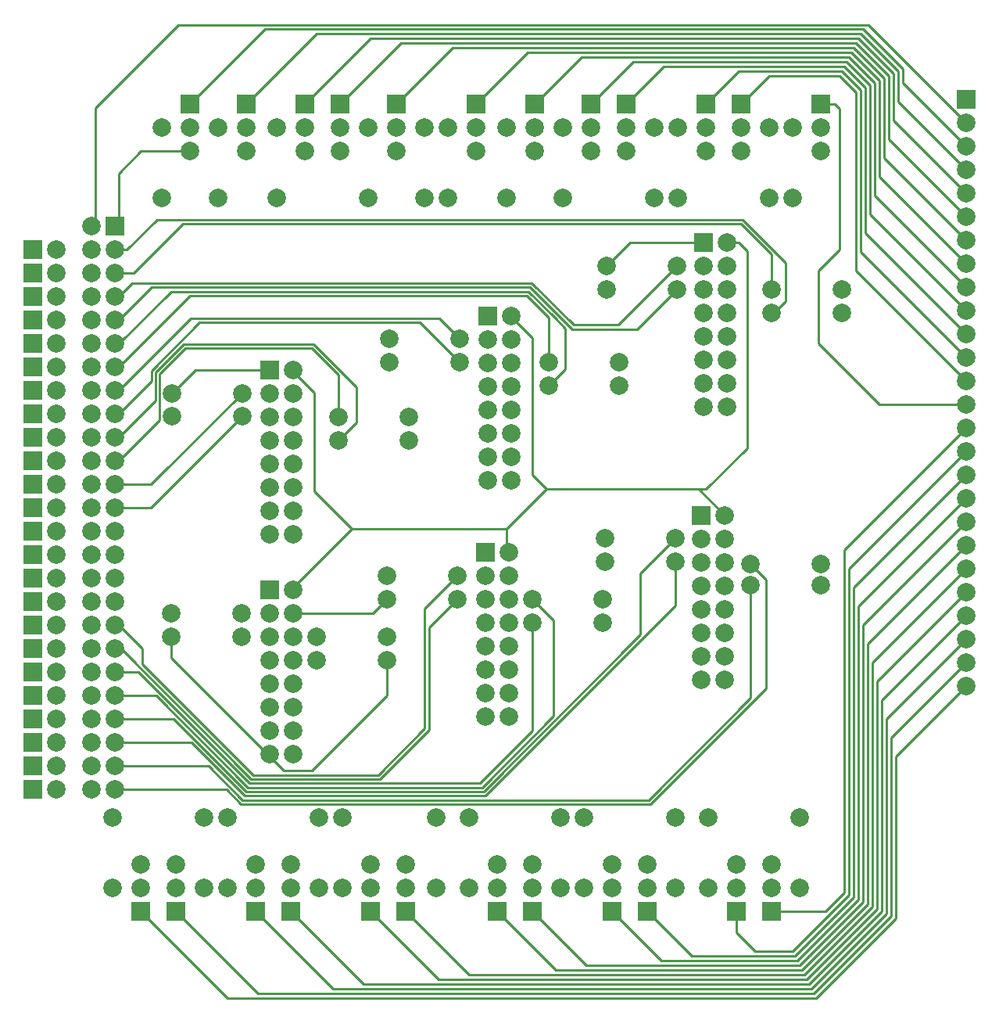
<source format=gbr>
G04 #@! TF.GenerationSoftware,KiCad,Pcbnew,(5.1.6)-1*
G04 #@! TF.CreationDate,2020-12-09T17:55:00+01:00*
G04 #@! TF.ProjectId,Rolety Bart_omiej Torczy_o,526f6c65-7479-4204-9261-7274426f6d69,rev?*
G04 #@! TF.SameCoordinates,Original*
G04 #@! TF.FileFunction,Copper,L2,Bot*
G04 #@! TF.FilePolarity,Positive*
%FSLAX46Y46*%
G04 Gerber Fmt 4.6, Leading zero omitted, Abs format (unit mm)*
G04 Created by KiCad (PCBNEW (5.1.6)-1) date 2020-12-09 17:55:00*
%MOMM*%
%LPD*%
G01*
G04 APERTURE LIST*
G04 #@! TA.AperFunction,ComponentPad*
%ADD10C,2.000000*%
G04 #@! TD*
G04 #@! TA.AperFunction,ComponentPad*
%ADD11R,2.000000X2.000000*%
G04 #@! TD*
G04 #@! TA.AperFunction,Conductor*
%ADD12C,0.250000*%
G04 #@! TD*
G04 APERTURE END LIST*
D10*
X24892000Y-57598000D03*
D11*
X22352000Y-57598000D03*
D10*
X24892000Y-60138000D03*
D11*
X22352000Y-60138000D03*
D10*
X24892000Y-62678000D03*
D11*
X22352000Y-62678000D03*
D10*
X24892000Y-65218000D03*
D11*
X22352000Y-65218000D03*
D10*
X24892000Y-67758000D03*
D11*
X22352000Y-67758000D03*
D10*
X24892000Y-70298000D03*
D11*
X22352000Y-70298000D03*
D10*
X24892000Y-72838000D03*
D11*
X22352000Y-72838000D03*
D10*
X24892000Y-75378000D03*
D11*
X22352000Y-75378000D03*
D10*
X24892000Y-77918000D03*
D11*
X22352000Y-77918000D03*
D10*
X24892000Y-80458000D03*
D11*
X22352000Y-80458000D03*
D10*
X24892000Y-82998000D03*
D11*
X22352000Y-82998000D03*
D10*
X24892000Y-85538000D03*
D11*
X22352000Y-85538000D03*
D10*
X24892000Y-88078000D03*
D11*
X22352000Y-88078000D03*
D10*
X24892000Y-90618000D03*
D11*
X22352000Y-90618000D03*
D10*
X24892000Y-93158000D03*
D11*
X22352000Y-93158000D03*
D10*
X24892000Y-95698000D03*
D11*
X22352000Y-95698000D03*
D10*
X24892000Y-98238000D03*
D11*
X22352000Y-98238000D03*
D10*
X24892000Y-100778000D03*
D11*
X22352000Y-100778000D03*
D10*
X24892000Y-103318000D03*
D11*
X22352000Y-103318000D03*
D10*
X24892000Y-105858000D03*
D11*
X22352000Y-105858000D03*
D10*
X24892000Y-108398000D03*
D11*
X22352000Y-108398000D03*
D10*
X24892000Y-110938000D03*
D11*
X22352000Y-110938000D03*
D10*
X24892000Y-113478000D03*
D11*
X22352000Y-113478000D03*
D10*
X24892000Y-116018000D03*
D11*
X22352000Y-116018000D03*
X94742000Y-86407000D03*
D10*
X97282000Y-86407000D03*
X97282000Y-88947000D03*
X94742000Y-88947000D03*
X97282000Y-91487000D03*
X94742000Y-91487000D03*
X97282000Y-94027000D03*
X94742000Y-94027000D03*
X97282000Y-96567000D03*
X94742000Y-96567000D03*
X97282000Y-99107000D03*
X94742000Y-99107000D03*
X97282000Y-101647000D03*
X94742000Y-101647000D03*
X97282000Y-104187000D03*
X94742000Y-104187000D03*
D11*
X71374000Y-90424000D03*
D10*
X73914000Y-90424000D03*
X73914000Y-92964000D03*
X71374000Y-92964000D03*
X73914000Y-95504000D03*
X71374000Y-95504000D03*
X73914000Y-98044000D03*
X71374000Y-98044000D03*
X73914000Y-100584000D03*
X71374000Y-100584000D03*
X73914000Y-103124000D03*
X71374000Y-103124000D03*
X73914000Y-105664000D03*
X71374000Y-105664000D03*
X73914000Y-108204000D03*
X71374000Y-108204000D03*
D11*
X48006000Y-94488000D03*
D10*
X50546000Y-94488000D03*
X50546000Y-97028000D03*
X48006000Y-97028000D03*
X50546000Y-99568000D03*
X48006000Y-99568000D03*
X50546000Y-102108000D03*
X48006000Y-102108000D03*
X50546000Y-104648000D03*
X48006000Y-104648000D03*
X50546000Y-107188000D03*
X48006000Y-107188000D03*
X50546000Y-109728000D03*
X48006000Y-109728000D03*
X50546000Y-112268000D03*
X48006000Y-112268000D03*
D11*
X71628000Y-64817000D03*
D10*
X74168000Y-64817000D03*
X74168000Y-67357000D03*
X71628000Y-67357000D03*
X74168000Y-69897000D03*
X71628000Y-69897000D03*
X74168000Y-72437000D03*
X71628000Y-72437000D03*
X74168000Y-74977000D03*
X71628000Y-74977000D03*
X74168000Y-77517000D03*
X71628000Y-77517000D03*
X74168000Y-80057000D03*
X71628000Y-80057000D03*
X74168000Y-82597000D03*
X71628000Y-82597000D03*
D11*
X48006000Y-70658500D03*
D10*
X50546000Y-70658500D03*
X50546000Y-73198500D03*
X48006000Y-73198500D03*
X50546000Y-75738500D03*
X48006000Y-75738500D03*
X50546000Y-78278500D03*
X48006000Y-78278500D03*
X50546000Y-80818500D03*
X48006000Y-80818500D03*
X50546000Y-83358500D03*
X48006000Y-83358500D03*
X50546000Y-85898500D03*
X48006000Y-85898500D03*
X50546000Y-88438500D03*
X48006000Y-88438500D03*
D11*
X31242000Y-55118000D03*
D10*
X28702000Y-55118000D03*
X31242000Y-57658000D03*
X28702000Y-57658000D03*
X31242000Y-60198000D03*
X28702000Y-60198000D03*
X31242000Y-62738000D03*
X28702000Y-62738000D03*
X31242000Y-65278000D03*
X28702000Y-65278000D03*
X31242000Y-67818000D03*
X28702000Y-67818000D03*
X31242000Y-70358000D03*
X28702000Y-70358000D03*
X31242000Y-72898000D03*
X28702000Y-72898000D03*
X31242000Y-75438000D03*
X28702000Y-75438000D03*
X31242000Y-77978000D03*
X28702000Y-77978000D03*
X31242000Y-80518000D03*
X28702000Y-80518000D03*
X31242000Y-83058000D03*
X28702000Y-83058000D03*
X31242000Y-85598000D03*
X28702000Y-85598000D03*
X31242000Y-88138000D03*
X28702000Y-88138000D03*
X31242000Y-90678000D03*
X28702000Y-90678000D03*
X31242000Y-93218000D03*
X28702000Y-93218000D03*
X31242000Y-95758000D03*
X28702000Y-95758000D03*
X31242000Y-98298000D03*
X28702000Y-98298000D03*
X31242000Y-100838000D03*
X28702000Y-100838000D03*
X31242000Y-103378000D03*
X28702000Y-103378000D03*
X31242000Y-105918000D03*
X28702000Y-105918000D03*
X31242000Y-108458000D03*
X28702000Y-108458000D03*
X31242000Y-110998000D03*
X28702000Y-110998000D03*
X31242000Y-113538000D03*
X28702000Y-113538000D03*
X31242000Y-116078000D03*
X28702000Y-116078000D03*
D11*
X94996000Y-56896000D03*
D10*
X97536000Y-56896000D03*
X97536000Y-59436000D03*
X94996000Y-59436000D03*
X97536000Y-61976000D03*
X94996000Y-61976000D03*
X97536000Y-64516000D03*
X94996000Y-64516000D03*
X97536000Y-67056000D03*
X94996000Y-67056000D03*
X97536000Y-69596000D03*
X94996000Y-69596000D03*
X97536000Y-72136000D03*
X94996000Y-72136000D03*
X97536000Y-74676000D03*
X94996000Y-74676000D03*
X107696000Y-46990000D03*
X107696000Y-44450000D03*
D11*
X107696000Y-41910000D03*
D10*
X99060000Y-46990000D03*
X99060000Y-44450000D03*
D11*
X99060000Y-41910000D03*
D10*
X95250000Y-46990000D03*
X95250000Y-44450000D03*
D11*
X95250000Y-41910000D03*
D10*
X86614000Y-46990000D03*
X86614000Y-44450000D03*
D11*
X86614000Y-41910000D03*
D10*
X82804000Y-46990000D03*
X82804000Y-44450000D03*
D11*
X82804000Y-41910000D03*
D10*
X76708000Y-46990000D03*
X76708000Y-44450000D03*
D11*
X76708000Y-41910000D03*
D10*
X70358000Y-46990000D03*
X70358000Y-44450000D03*
D11*
X70358000Y-41910000D03*
D10*
X61722000Y-46990000D03*
X61722000Y-44450000D03*
D11*
X61722000Y-41910000D03*
D10*
X55626000Y-46990000D03*
X55626000Y-44450000D03*
D11*
X55626000Y-41910000D03*
D10*
X51816000Y-46990000D03*
X51816000Y-44450000D03*
D11*
X51816000Y-41910000D03*
D10*
X45466000Y-46990000D03*
X45466000Y-44450000D03*
D11*
X45466000Y-41910000D03*
D10*
X39354200Y-47000600D03*
X39354200Y-44460600D03*
D11*
X39354200Y-41920600D03*
D10*
X102362000Y-124206000D03*
X102362000Y-126746000D03*
D11*
X102362000Y-129286000D03*
D10*
X98552000Y-124206000D03*
X98552000Y-126746000D03*
D11*
X98552000Y-129286000D03*
D10*
X88900000Y-124206000D03*
X88900000Y-126746000D03*
D11*
X88900000Y-129286000D03*
D10*
X85090000Y-124206000D03*
X85090000Y-126746000D03*
D11*
X85090000Y-129286000D03*
D10*
X76454000Y-124206000D03*
X76454000Y-126746000D03*
D11*
X76454000Y-129286000D03*
D10*
X72644000Y-124206000D03*
X72644000Y-126746000D03*
D11*
X72644000Y-129286000D03*
D10*
X62738000Y-124206000D03*
X62738000Y-126746000D03*
D11*
X62738000Y-129286000D03*
D10*
X58928000Y-124206000D03*
X58928000Y-126746000D03*
D11*
X58928000Y-129286000D03*
D10*
X50292000Y-124206000D03*
X50292000Y-126746000D03*
D11*
X50292000Y-129286000D03*
D10*
X46482000Y-124206000D03*
X46482000Y-126746000D03*
D11*
X46482000Y-129286000D03*
D10*
X37846000Y-124206000D03*
X37846000Y-126746000D03*
D11*
X37846000Y-129286000D03*
D10*
X123444000Y-104902000D03*
X123444000Y-102362000D03*
X123444000Y-99822000D03*
X123444000Y-97282000D03*
X123444000Y-94742000D03*
X123444000Y-92202000D03*
X123444000Y-89662000D03*
X123444000Y-87122000D03*
X123444000Y-84582000D03*
X123444000Y-82042000D03*
X123444000Y-79502000D03*
X123444000Y-76962000D03*
X123444000Y-74422000D03*
X123444000Y-71882000D03*
X123444000Y-69342000D03*
X123444000Y-66802000D03*
X123444000Y-64262000D03*
X123444000Y-61722000D03*
X123444000Y-59182000D03*
X123444000Y-56642000D03*
X123444000Y-54102000D03*
X123444000Y-51562000D03*
X123444000Y-49022000D03*
X123444000Y-46482000D03*
X123444000Y-43942000D03*
D11*
X123444000Y-41402000D03*
D10*
X55880000Y-119126000D03*
X55880000Y-126746000D03*
X53340000Y-119126000D03*
X53340000Y-126746000D03*
X43434000Y-119126000D03*
X43434000Y-126746000D03*
X40894000Y-119126000D03*
X40894000Y-126746000D03*
X30988000Y-119126000D03*
X30988000Y-126746000D03*
X36322000Y-52070000D03*
X36322000Y-44450000D03*
X42418000Y-52070000D03*
X42418000Y-44450000D03*
X48768000Y-52070000D03*
X48768000Y-44450000D03*
X58674000Y-52070000D03*
X58674000Y-44450000D03*
X60706000Y-102108000D03*
X53086000Y-102108000D03*
X60706000Y-99568000D03*
X53086000Y-99568000D03*
X44958000Y-99568000D03*
X37338000Y-99568000D03*
X60706000Y-92964000D03*
X68326000Y-92964000D03*
X60706000Y-95504000D03*
X68326000Y-95504000D03*
X84074000Y-95504000D03*
X76454000Y-95504000D03*
X84074000Y-98044000D03*
X76454000Y-98044000D03*
X60960000Y-67310000D03*
X68580000Y-67310000D03*
X60960000Y-69850000D03*
X68580000Y-69850000D03*
X85852000Y-69850000D03*
X78232000Y-69850000D03*
X85852000Y-72390000D03*
X78232000Y-72390000D03*
X84328000Y-88900000D03*
X91948000Y-88900000D03*
X84328000Y-91440000D03*
X91948000Y-91440000D03*
X107696000Y-91694000D03*
X100076000Y-91694000D03*
X107696000Y-93980000D03*
X100076000Y-93980000D03*
X84468000Y-59436000D03*
X92088000Y-59436000D03*
X84468000Y-61976000D03*
X92088000Y-61976000D03*
X109982000Y-61976000D03*
X102362000Y-61976000D03*
X109982000Y-64516000D03*
X102362000Y-64516000D03*
X37391000Y-73198500D03*
X45011000Y-73198500D03*
X37391000Y-75692000D03*
X45011000Y-75692000D03*
X63045000Y-75738500D03*
X55425000Y-75738500D03*
X63045000Y-78278500D03*
X55425000Y-78278500D03*
X37338000Y-97028000D03*
X44958000Y-97028000D03*
X66040000Y-119126000D03*
X66040000Y-126746000D03*
X69596000Y-119126000D03*
X69596000Y-126746000D03*
X79502000Y-119126000D03*
X79502000Y-126746000D03*
X79756000Y-52070000D03*
X79756000Y-44450000D03*
X73660000Y-52070000D03*
X73660000Y-44450000D03*
X67310000Y-52070000D03*
X67310000Y-44450000D03*
X64770000Y-52070000D03*
X64770000Y-44450000D03*
X82042000Y-119126000D03*
X82042000Y-126746000D03*
X91948000Y-119126000D03*
X91948000Y-126746000D03*
X95504000Y-119126000D03*
X95504000Y-126746000D03*
X105410000Y-119126000D03*
X105410000Y-126746000D03*
X104648000Y-44450000D03*
X104648000Y-52070000D03*
X102108000Y-44450000D03*
X102108000Y-52070000D03*
X92202000Y-44450000D03*
X92202000Y-52070000D03*
X89662000Y-44450000D03*
X89662000Y-52070000D03*
D11*
X34036000Y-129286000D03*
D10*
X34036000Y-126746000D03*
X34036000Y-124206000D03*
D12*
X116078000Y-41656000D02*
X123444000Y-49022000D01*
X66294000Y-136652000D02*
X58928000Y-129286000D01*
X106172000Y-136652000D02*
X66294000Y-136652000D01*
X113792000Y-129032000D02*
X106172000Y-136652000D01*
X123444000Y-94742000D02*
X113792000Y-104394000D01*
X113792000Y-104394000D02*
X113792000Y-129032000D01*
X53086000Y-34290000D02*
X45466000Y-41910000D01*
X116078000Y-38354000D02*
X112014000Y-34290000D01*
X116078000Y-38354000D02*
X116078000Y-41656000D01*
X112014000Y-34290000D02*
X53086000Y-34290000D01*
X35151500Y-83058000D02*
X35990750Y-82218750D01*
X31623000Y-83058000D02*
X35151500Y-83058000D01*
X35990750Y-82218750D02*
X45011000Y-73198500D01*
X52764400Y-67875990D02*
X57404000Y-72515590D01*
X57404000Y-76299500D02*
X55425000Y-78278500D01*
X57404000Y-72515590D02*
X57404000Y-76299500D01*
X38675600Y-67875990D02*
X38919990Y-67875990D01*
X35617991Y-70933599D02*
X38675600Y-67875990D01*
X35617990Y-73983010D02*
X35617991Y-70933599D01*
X31623000Y-77978000D02*
X35617990Y-73983010D01*
X38919990Y-67875990D02*
X52764400Y-67875990D01*
X55425000Y-71173000D02*
X52578000Y-68326000D01*
X55425000Y-75738500D02*
X55425000Y-71173000D01*
X31623000Y-80518000D02*
X36068000Y-76073000D01*
X36068000Y-76073000D02*
X36068000Y-71120000D01*
X38862000Y-68326000D02*
X39116000Y-68326000D01*
X36068000Y-71120000D02*
X38862000Y-68326000D01*
X39116000Y-68326000D02*
X52578000Y-68326000D01*
X64770000Y-109474000D02*
X64770000Y-96520000D01*
X64770000Y-96520000D02*
X68326000Y-92964000D01*
X59747990Y-114496010D02*
X64770000Y-109474000D01*
X46170010Y-114496010D02*
X59747990Y-114496010D01*
X31623000Y-98298000D02*
X34163000Y-100838000D01*
X34163000Y-102489000D02*
X46170010Y-114496010D01*
X34163000Y-100838000D02*
X34163000Y-102489000D01*
X76454000Y-109728000D02*
X76454000Y-98044000D01*
X45797208Y-115396028D02*
X70785972Y-115396028D01*
X70785972Y-115396028D02*
X76454000Y-109728000D01*
X33779180Y-103378000D02*
X35622090Y-105220910D01*
X35622090Y-105220910D02*
X45797208Y-115396028D01*
X33779180Y-103378000D02*
X34796590Y-104395410D01*
X31623000Y-103378000D02*
X33779180Y-103378000D01*
X34394961Y-103993781D02*
X34796590Y-104395410D01*
X34796590Y-104395410D02*
X35622090Y-105220910D01*
X78740000Y-97790000D02*
X76454000Y-95504000D01*
X31623000Y-105918000D02*
X35682770Y-105918000D01*
X35682770Y-105918000D02*
X45610808Y-115846038D01*
X45610808Y-115846038D02*
X70972373Y-115846037D01*
X70972373Y-115846037D02*
X78740000Y-108078410D01*
X78740000Y-108078410D02*
X78740000Y-97790000D01*
X78232000Y-69850000D02*
X78232000Y-65024000D01*
X78232000Y-65024000D02*
X75819000Y-62611000D01*
X39370000Y-62611000D02*
X42545000Y-62611000D01*
X31623000Y-70358000D02*
X39370000Y-62611000D01*
X75819000Y-62611000D02*
X42545000Y-62611000D01*
X78232000Y-72390000D02*
X80010000Y-70612000D01*
X80010000Y-70612000D02*
X80010000Y-66165590D01*
X80010000Y-66165590D02*
X78677205Y-64832795D01*
X76005401Y-62160991D02*
X78677205Y-64832795D01*
X78677205Y-64832795D02*
X79121000Y-65276590D01*
X37280009Y-62160991D02*
X38284991Y-62160991D01*
X31623000Y-67818000D02*
X37280009Y-62160991D01*
X38284991Y-62160991D02*
X76005401Y-62160991D01*
X64262000Y-65532000D02*
X68580000Y-69850000D01*
X40383180Y-65532000D02*
X41402000Y-65532000D01*
X35167982Y-70747198D02*
X40383180Y-65532000D01*
X35167982Y-71893018D02*
X35167982Y-70747198D01*
X31623000Y-75438000D02*
X35167982Y-71893018D01*
X41402000Y-65532000D02*
X64262000Y-65532000D01*
X39439009Y-65081991D02*
X66351991Y-65081991D01*
X31623000Y-72898000D02*
X39439009Y-65081991D01*
X66351991Y-65081991D02*
X66802000Y-65532000D01*
X66351990Y-65081990D02*
X66802000Y-65532000D01*
X66802000Y-65532000D02*
X68580000Y-67310000D01*
X71158774Y-116296046D02*
X88138000Y-99316820D01*
X45424409Y-116296047D02*
X71158774Y-116296046D01*
X88138000Y-92710000D02*
X91948000Y-88900000D01*
X88138000Y-99316820D02*
X88138000Y-92710000D01*
X37586360Y-108458000D02*
X38414680Y-109286320D01*
X37586362Y-108458000D02*
X38605181Y-109476819D01*
X31623000Y-108458000D02*
X37586362Y-108458000D01*
X38414680Y-109286320D02*
X38605181Y-109476819D01*
X38605181Y-109476819D02*
X45424409Y-116296047D01*
X91948000Y-96143230D02*
X91948000Y-91440000D01*
X71345175Y-116746055D02*
X91948000Y-96143230D01*
X39489952Y-110998000D02*
X45238010Y-116746056D01*
X45238010Y-116746056D02*
X71345175Y-116746055D01*
X31623000Y-110998000D02*
X39489952Y-110998000D01*
X101727000Y-93345000D02*
X100076000Y-91694000D01*
X31623000Y-116078000D02*
X43297136Y-116078000D01*
X43297136Y-116078000D02*
X44865210Y-117646074D01*
X44865210Y-117646074D02*
X89238337Y-117646073D01*
X89238337Y-117646073D02*
X101727000Y-105157410D01*
X101727000Y-105157410D02*
X101727000Y-93345000D01*
X32512000Y-57658000D02*
X31623000Y-57658000D01*
X103886000Y-63246000D02*
X103886000Y-59053590D01*
X102362000Y-64770000D02*
X103886000Y-63246000D01*
X103886000Y-59053590D02*
X99246401Y-54413991D01*
X99246401Y-54413991D02*
X35756010Y-54413990D01*
X35756010Y-54413990D02*
X32512000Y-57658000D01*
X33100027Y-61260973D02*
X76378203Y-61260973D01*
X31623000Y-62738000D02*
X33100027Y-61260973D01*
X85738000Y-65786000D02*
X92088000Y-59436000D01*
X80903230Y-65786000D02*
X85738000Y-65786000D01*
X76378203Y-61260973D02*
X80903230Y-65786000D01*
X73660000Y-90424000D02*
X73660000Y-87884000D01*
X73660000Y-87884000D02*
X77978000Y-83566000D01*
X94450000Y-83566000D02*
X97291000Y-86407000D01*
X73660000Y-87884000D02*
X56896000Y-87884000D01*
X94450000Y-83566000D02*
X95250000Y-83566000D01*
X77978000Y-83566000D02*
X88900000Y-83566000D01*
X88900000Y-83566000D02*
X94450000Y-83566000D01*
X50292000Y-94488000D02*
X56896000Y-87884000D01*
X74073000Y-64817000D02*
X76454000Y-67198000D01*
X76454000Y-82042000D02*
X77978000Y-83566000D01*
X76454000Y-67198000D02*
X76454000Y-82042000D01*
X99695000Y-79121000D02*
X99695000Y-57785000D01*
X95250000Y-83566000D02*
X99695000Y-79121000D01*
X51520001Y-71833501D02*
X51520001Y-71840001D01*
X50345000Y-70658500D02*
X51520001Y-71833501D01*
X51520001Y-71840001D02*
X52832000Y-73152000D01*
X52832000Y-83820000D02*
X56896000Y-87884000D01*
X52832000Y-73152000D02*
X52832000Y-83820000D01*
X117983000Y-38481000D02*
X123444000Y-43942000D01*
X38042010Y-33331990D02*
X112833990Y-33331990D01*
X112833990Y-33331990D02*
X117983000Y-38481000D01*
X29083000Y-42291000D02*
X38042010Y-33331990D01*
X29083000Y-55118000D02*
X29083000Y-42291000D01*
X98806000Y-56896000D02*
X99695000Y-57785000D01*
X97536000Y-56896000D02*
X98806000Y-56896000D01*
X35105000Y-85598000D02*
X35459500Y-85243500D01*
X31623000Y-85598000D02*
X35105000Y-85598000D01*
X35459500Y-85243500D02*
X45011000Y-75692000D01*
X59182000Y-97028000D02*
X60706000Y-95504000D01*
X50292000Y-97028000D02*
X59182000Y-97028000D01*
X37338000Y-101854000D02*
X47752000Y-112268000D01*
X37338000Y-99568000D02*
X37338000Y-101854000D01*
X47752000Y-112268000D02*
X49530000Y-114046000D01*
X49530000Y-114046000D02*
X52578000Y-114046000D01*
X60706000Y-105918000D02*
X60706000Y-102108000D01*
X52578000Y-114046000D02*
X60706000Y-105918000D01*
X39931000Y-70658500D02*
X37391000Y-73198500D01*
X47805000Y-70658500D02*
X39931000Y-70658500D01*
X31623000Y-55118000D02*
X31623000Y-49403000D01*
X34025400Y-47000600D02*
X39354200Y-47000600D01*
X31623000Y-49403000D02*
X34025400Y-47000600D01*
X87008000Y-56896000D02*
X85668000Y-58236000D01*
X84468000Y-59436000D02*
X85668000Y-58236000D01*
X94996000Y-56896000D02*
X87008000Y-56896000D01*
X85668000Y-58236000D02*
X86661000Y-57243000D01*
X65532000Y-98298000D02*
X68326000Y-95504000D01*
X65278000Y-98552000D02*
X65532000Y-98298000D01*
X31875590Y-100838000D02*
X45983610Y-114946020D01*
X45983610Y-114946020D02*
X59934391Y-114946019D01*
X59934391Y-114946019D02*
X65278000Y-109602410D01*
X31623000Y-100838000D02*
X31875590Y-100838000D01*
X65278000Y-109602410D02*
X65278000Y-98552000D01*
X100076000Y-106172000D02*
X100076000Y-93980000D01*
X89051936Y-117196064D02*
X100076000Y-106172000D01*
X45051609Y-117196065D02*
X89051936Y-117196064D01*
X41393542Y-113538000D02*
X45051609Y-117196065D01*
X31623000Y-113538000D02*
X41393542Y-113538000D01*
X76191802Y-61710982D02*
X80772000Y-66291180D01*
X31623000Y-65278000D02*
X35190019Y-61710981D01*
X35190019Y-61710981D02*
X76191802Y-61710982D01*
X92088000Y-61976000D02*
X87772820Y-66291180D01*
X80772000Y-66291180D02*
X86865180Y-66291180D01*
X87772820Y-66291180D02*
X86865180Y-66291180D01*
X99060000Y-54864000D02*
X102362000Y-58166000D01*
X102362000Y-58166000D02*
X102362000Y-62230000D01*
X38608000Y-54864000D02*
X99060000Y-54864000D01*
X33274000Y-60198000D02*
X38608000Y-54864000D01*
X31623000Y-60198000D02*
X33274000Y-60198000D01*
X116586000Y-39624000D02*
X123444000Y-46482000D01*
X116586000Y-38100000D02*
X116586000Y-39624000D01*
X112268000Y-33782000D02*
X116586000Y-38100000D01*
X47492800Y-33782000D02*
X112268000Y-33782000D01*
X39354200Y-41920600D02*
X47492800Y-33782000D01*
X115824000Y-130048000D02*
X115824000Y-112522000D01*
X115824000Y-112522000D02*
X123444000Y-104902000D01*
X107188000Y-138684000D02*
X115824000Y-130048000D01*
X43434000Y-138684000D02*
X107188000Y-138684000D01*
X43434000Y-138684000D02*
X34036000Y-129286000D01*
X46736000Y-138176000D02*
X37846000Y-129286000D01*
X115316000Y-129794000D02*
X106934000Y-138176000D01*
X123444000Y-102362000D02*
X115316000Y-110490000D01*
X106934000Y-138176000D02*
X46736000Y-138176000D01*
X115316000Y-110490000D02*
X115316000Y-129794000D01*
X105918000Y-136144000D02*
X69596000Y-136144000D01*
X113284000Y-128778000D02*
X105918000Y-136144000D01*
X123444000Y-92202000D02*
X113284000Y-102362000D01*
X69596000Y-136144000D02*
X62738000Y-129286000D01*
X113284000Y-102362000D02*
X113284000Y-128778000D01*
X114046000Y-49784000D02*
X123444000Y-59182000D01*
X114046000Y-39370000D02*
X114046000Y-49784000D01*
X110998000Y-36322000D02*
X114046000Y-39370000D01*
X75946000Y-36322000D02*
X110998000Y-36322000D01*
X70358000Y-41910000D02*
X75946000Y-36322000D01*
X114554000Y-47752000D02*
X123444000Y-56642000D01*
X67818000Y-35814000D02*
X61722000Y-41910000D01*
X114554000Y-39116000D02*
X111252000Y-35814000D01*
X111252000Y-35814000D02*
X67818000Y-35814000D01*
X114554000Y-39116000D02*
X114554000Y-47752000D01*
X90424000Y-134620000D02*
X85090000Y-129286000D01*
X111760000Y-128016000D02*
X105156000Y-134620000D01*
X105156000Y-134620000D02*
X90424000Y-134620000D01*
X123444000Y-84582000D02*
X111760000Y-96266000D01*
X111760000Y-96266000D02*
X111760000Y-128016000D01*
X111252000Y-94234000D02*
X111252000Y-95250000D01*
X123444000Y-82042000D02*
X111252000Y-94234000D01*
X111252000Y-95250000D02*
X111252000Y-94996000D01*
X104902000Y-134112000D02*
X93726000Y-134112000D01*
X111252000Y-95250000D02*
X111252000Y-127762000D01*
X93726000Y-134112000D02*
X88900000Y-129286000D01*
X111252000Y-127762000D02*
X104902000Y-134112000D01*
X112014000Y-57912000D02*
X123444000Y-69342000D01*
X98806000Y-38354000D02*
X95250000Y-41910000D01*
X109982000Y-38354000D02*
X112014000Y-40386000D01*
X112014000Y-40386000D02*
X112014000Y-57912000D01*
X109982000Y-38354000D02*
X98806000Y-38354000D01*
X112522000Y-55880000D02*
X123444000Y-66802000D01*
X112522000Y-53340000D02*
X112522000Y-55880000D01*
X112522000Y-40132000D02*
X110236000Y-37846000D01*
X112522000Y-40132000D02*
X112522000Y-53340000D01*
X86614000Y-41910000D02*
X90678000Y-37846000D01*
X110236000Y-37846000D02*
X90678000Y-37846000D01*
X111760000Y-34798000D02*
X58928000Y-34798000D01*
X115570000Y-38608000D02*
X111760000Y-34798000D01*
X115570000Y-43688000D02*
X115570000Y-38608000D01*
X58928000Y-34798000D02*
X51816000Y-41910000D01*
X123444000Y-51562000D02*
X115570000Y-43688000D01*
X115062000Y-38862000D02*
X115062000Y-45720000D01*
X115062000Y-45720000D02*
X123444000Y-54102000D01*
X111506000Y-35306000D02*
X115062000Y-38862000D01*
X62230000Y-35306000D02*
X111506000Y-35306000D01*
X55626000Y-41910000D02*
X62230000Y-35306000D01*
X106426000Y-137160000D02*
X58166000Y-137160000D01*
X114300000Y-129286000D02*
X106426000Y-137160000D01*
X123444000Y-97282000D02*
X114300000Y-106426000D01*
X58166000Y-137160000D02*
X50292000Y-129286000D01*
X114300000Y-106426000D02*
X114300000Y-129286000D01*
X54864000Y-137668000D02*
X46482000Y-129286000D01*
X114808000Y-129540000D02*
X106680000Y-137668000D01*
X123444000Y-99822000D02*
X114808000Y-108458000D01*
X106680000Y-137668000D02*
X54864000Y-137668000D01*
X114808000Y-108458000D02*
X114808000Y-129540000D01*
X78994000Y-135636000D02*
X72644000Y-129286000D01*
X105664000Y-135636000D02*
X78994000Y-135636000D01*
X112776000Y-128524000D02*
X105664000Y-135636000D01*
X123444000Y-89662000D02*
X112776000Y-100330000D01*
X112776000Y-100330000D02*
X112776000Y-128524000D01*
X112268000Y-128270000D02*
X105410000Y-135128000D01*
X82296000Y-135128000D02*
X76454000Y-129286000D01*
X105410000Y-135128000D02*
X82296000Y-135128000D01*
X123444000Y-87122000D02*
X112268000Y-98298000D01*
X112268000Y-98298000D02*
X112268000Y-128270000D01*
X113538000Y-51816000D02*
X123444000Y-61722000D01*
X81788000Y-36830000D02*
X76708000Y-41910000D01*
X113538000Y-39624000D02*
X110744000Y-36830000D01*
X110744000Y-36830000D02*
X81788000Y-36830000D01*
X113538000Y-39624000D02*
X113538000Y-51816000D01*
X113030000Y-53848000D02*
X123444000Y-64262000D01*
X87376000Y-37338000D02*
X82804000Y-41910000D01*
X113030000Y-39878000D02*
X110490000Y-37338000D01*
X110490000Y-37338000D02*
X87376000Y-37338000D01*
X113030000Y-39878000D02*
X113030000Y-53848000D01*
X110236000Y-90170000D02*
X123444000Y-76962000D01*
X110236000Y-122428000D02*
X110236000Y-90170000D01*
X110236000Y-122682000D02*
X110236000Y-122428000D01*
X102362000Y-129286000D02*
X108204000Y-129286000D01*
X108204000Y-129286000D02*
X110236000Y-127254000D01*
X110236000Y-127254000D02*
X110236000Y-123698000D01*
X110236000Y-122428000D02*
X110236000Y-123698000D01*
X110236000Y-123698000D02*
X110236000Y-123952000D01*
X104648000Y-133604000D02*
X110744000Y-127508000D01*
X110744000Y-92202000D02*
X123444000Y-79502000D01*
X110744000Y-127508000D02*
X110744000Y-92202000D01*
X98552000Y-129286000D02*
X98552000Y-131572000D01*
X98552000Y-131572000D02*
X100584000Y-133604000D01*
X100584000Y-133604000D02*
X104648000Y-133604000D01*
X114046000Y-74422000D02*
X123444000Y-74422000D01*
X107696000Y-41910000D02*
X109220000Y-41910000D01*
X109220000Y-41910000D02*
X109728000Y-42418000D01*
X109728000Y-42418000D02*
X109728000Y-57658000D01*
X107442000Y-59944000D02*
X107442000Y-67818000D01*
X109728000Y-57658000D02*
X107442000Y-59944000D01*
X107442000Y-67818000D02*
X114046000Y-74422000D01*
X111506000Y-59944000D02*
X123444000Y-71882000D01*
X102108000Y-38862000D02*
X99060000Y-41910000D01*
X109728000Y-38862000D02*
X111506000Y-40640000D01*
X109728000Y-38862000D02*
X102108000Y-38862000D01*
X111506000Y-40640000D02*
X111506000Y-59944000D01*
M02*

</source>
